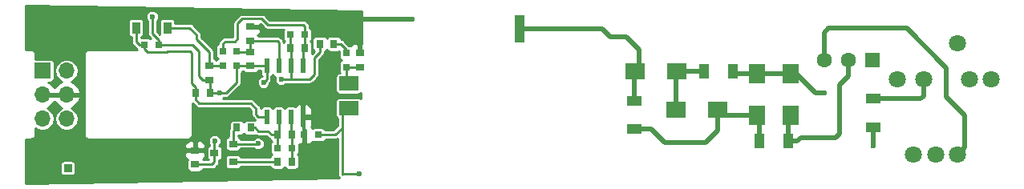
<source format=gtl>
G04 #@! TF.GenerationSoftware,KiCad,Pcbnew,5.0.0*
G04 #@! TF.CreationDate,2018-08-13T09:31:51+09:00*
G04 #@! TF.ProjectId,moids_infinity,6D6F6964735F696E66696E6974792E6B,rev?*
G04 #@! TF.SameCoordinates,Original*
G04 #@! TF.FileFunction,Copper,L1,Top,Signal*
G04 #@! TF.FilePolarity,Positive*
%FSLAX46Y46*%
G04 Gerber Fmt 4.6, Leading zero omitted, Abs format (unit mm)*
G04 Created by KiCad (PCBNEW 5.0.0) date Mon Aug 13 09:31:51 2018*
%MOMM*%
%LPD*%
G01*
G04 APERTURE LIST*
G04 #@! TA.AperFunction,SMDPad,CuDef*
%ADD10R,0.750000X0.800000*%
G04 #@! TD*
G04 #@! TA.AperFunction,SMDPad,CuDef*
%ADD11R,0.800000X0.750000*%
G04 #@! TD*
G04 #@! TA.AperFunction,SMDPad,CuDef*
%ADD12R,0.900000X1.200000*%
G04 #@! TD*
G04 #@! TA.AperFunction,SMDPad,CuDef*
%ADD13R,1.800860X2.100580*%
G04 #@! TD*
G04 #@! TA.AperFunction,SMDPad,CuDef*
%ADD14R,2.100580X1.800860*%
G04 #@! TD*
G04 #@! TA.AperFunction,SMDPad,CuDef*
%ADD15R,2.000000X1.500000*%
G04 #@! TD*
G04 #@! TA.AperFunction,SMDPad,CuDef*
%ADD16R,0.900000X0.800000*%
G04 #@! TD*
G04 #@! TA.AperFunction,ComponentPad*
%ADD17C,1.800000*%
G04 #@! TD*
G04 #@! TA.AperFunction,SMDPad,CuDef*
%ADD18R,0.600000X1.550000*%
G04 #@! TD*
G04 #@! TA.AperFunction,ComponentPad*
%ADD19R,0.850000X0.850000*%
G04 #@! TD*
G04 #@! TA.AperFunction,SMDPad,CuDef*
%ADD20R,1.000000X3.000000*%
G04 #@! TD*
G04 #@! TA.AperFunction,SMDPad,CuDef*
%ADD21R,1.600000X1.000000*%
G04 #@! TD*
G04 #@! TA.AperFunction,SMDPad,CuDef*
%ADD22R,1.000000X1.600000*%
G04 #@! TD*
G04 #@! TA.AperFunction,ComponentPad*
%ADD23R,1.700000X1.700000*%
G04 #@! TD*
G04 #@! TA.AperFunction,ComponentPad*
%ADD24O,1.700000X1.700000*%
G04 #@! TD*
G04 #@! TA.AperFunction,ComponentPad*
%ADD25C,1.600000*%
G04 #@! TD*
G04 #@! TA.AperFunction,ComponentPad*
%ADD26R,1.520000X1.520000*%
G04 #@! TD*
G04 #@! TA.AperFunction,SMDPad,CuDef*
%ADD27R,0.800000X0.900000*%
G04 #@! TD*
G04 #@! TA.AperFunction,ViaPad*
%ADD28C,0.600000*%
G04 #@! TD*
G04 #@! TA.AperFunction,Conductor*
%ADD29C,0.500000*%
G04 #@! TD*
G04 #@! TA.AperFunction,Conductor*
%ADD30C,0.250000*%
G04 #@! TD*
G04 APERTURE END LIST*
D10*
G04 #@! TO.P,C3,2*
G04 #@! TO.N,Net-(C3-Pad2)*
X126050000Y-98870000D03*
G04 #@! TO.P,C3,1*
G04 #@! TO.N,Net-(C3-Pad1)*
X126050000Y-97370000D03*
G04 #@! TD*
G04 #@! TO.P,C4,2*
G04 #@! TO.N,jacob_terminal_2*
X114420000Y-98710000D03*
G04 #@! TO.P,C4,1*
G04 #@! TO.N,Net-(C4-Pad1)*
X114420000Y-97210000D03*
G04 #@! TD*
D11*
G04 #@! TO.P,C5,2*
G04 #@! TO.N,mute*
X120140000Y-95450000D03*
G04 #@! TO.P,C5,1*
G04 #@! TO.N,Net-(C5-Pad1)*
X121640000Y-95450000D03*
G04 #@! TD*
D10*
G04 #@! TO.P,C6,2*
G04 #@! TO.N,Net-(C5-Pad1)*
X113010000Y-97190000D03*
G04 #@! TO.P,C6,1*
G04 #@! TO.N,Net-(C6-Pad1)*
X113010000Y-98690000D03*
G04 #@! TD*
D11*
G04 #@! TO.P,C7,2*
G04 #@! TO.N,jacob_terminal_2*
X123070000Y-106020000D03*
G04 #@! TO.P,C7,1*
G04 #@! TO.N,+5V*
X121570000Y-106020000D03*
G04 #@! TD*
G04 #@! TO.P,C9,2*
G04 #@! TO.N,Net-(C9-Pad2)*
X118790000Y-107410000D03*
G04 #@! TO.P,C9,1*
G04 #@! TO.N,Net-(C9-Pad1)*
X120290000Y-107410000D03*
G04 #@! TD*
D12*
G04 #@! TO.P,D1,1*
G04 #@! TO.N,Net-(C8-Pad1)*
X103840000Y-94700000D03*
G04 #@! TO.P,D1,2*
G04 #@! TO.N,Net-(C6-Pad1)*
X107140000Y-94700000D03*
G04 #@! TD*
D13*
G04 #@! TO.P,D3,2*
G04 #@! TO.N,spark_gate*
X172990000Y-103929640D03*
G04 #@! TO.P,D3,1*
G04 #@! TO.N,Net-(C14-Pad1)*
X172990000Y-99530360D03*
G04 #@! TD*
G04 #@! TO.P,D4,2*
G04 #@! TO.N,Net-(C14-Pad1)*
X169430000Y-99590360D03*
G04 #@! TO.P,D4,1*
G04 #@! TO.N,Net-(C15-Pad1)*
X169430000Y-103989640D03*
G04 #@! TD*
D14*
G04 #@! TO.P,D5,2*
G04 #@! TO.N,Net-(C15-Pad1)*
X165279640Y-103370000D03*
G04 #@! TO.P,D5,1*
G04 #@! TO.N,Net-(C16-Pad1)*
X160880360Y-103370000D03*
G04 #@! TD*
G04 #@! TO.P,D6,2*
G04 #@! TO.N,Net-(C16-Pad1)*
X160917640Y-99332000D03*
G04 #@! TO.P,D6,1*
G04 #@! TO.N,jacob_terminal_1*
X156518360Y-99332000D03*
G04 #@! TD*
D15*
G04 #@! TO.P,ECM1,2*
G04 #@! TO.N,jacob_terminal_2*
X126290000Y-103220000D03*
G04 #@! TO.P,ECM1,1*
G04 #@! TO.N,Net-(C3-Pad2)*
X126290000Y-100620000D03*
G04 #@! TD*
D16*
G04 #@! TO.P,Q5,1*
G04 #@! TO.N,Net-(Q5-Pad1)*
X114110000Y-108880000D03*
G04 #@! TO.P,Q5,2*
G04 #@! TO.N,jacob_terminal_2*
X114110000Y-106980000D03*
G04 #@! TO.P,Q5,3*
G04 #@! TO.N,Net-(Q5-Pad3)*
X112110000Y-107930000D03*
G04 #@! TD*
D17*
G04 #@! TO.P,T1,8*
G04 #@! TO.N,N/C*
X190550000Y-96340000D03*
G04 #@! TO.P,T1,7*
G04 #@! TO.N,Net-(Q6-Pad3)*
X190550000Y-108140000D03*
G04 #@! TO.P,T1,6*
G04 #@! TO.N,Net-(R18-Pad1)*
X188250000Y-108140000D03*
G04 #@! TO.P,T1,5*
G04 #@! TO.N,Net-(Q6-Pad1)*
X185950000Y-108140000D03*
G04 #@! TO.P,T1,4*
G04 #@! TO.N,N/C*
X184200000Y-100140000D03*
G04 #@! TO.P,T1,3*
G04 #@! TO.N,transformer_out*
X187000000Y-100140000D03*
G04 #@! TO.P,T1,2*
G04 #@! TO.N,+5V*
X191800000Y-100140000D03*
G04 #@! TO.P,T1,1*
G04 #@! TO.N,N/C*
X194100000Y-100140000D03*
G04 #@! TD*
D18*
G04 #@! TO.P,U1,1*
G04 #@! TO.N,Net-(C5-Pad1)*
X121445000Y-98740000D03*
G04 #@! TO.P,U1,2*
G04 #@! TO.N,mute*
X120175000Y-98740000D03*
G04 #@! TO.P,U1,3*
G04 #@! TO.N,Net-(C4-Pad1)*
X118905000Y-98740000D03*
G04 #@! TO.P,U1,4*
G04 #@! TO.N,jacob_terminal_2*
X117635000Y-98740000D03*
G04 #@! TO.P,U1,5*
G04 #@! TO.N,Net-(C8-Pad1)*
X117635000Y-104140000D03*
G04 #@! TO.P,U1,6*
G04 #@! TO.N,Net-(C9-Pad2)*
X118905000Y-104140000D03*
G04 #@! TO.P,U1,7*
G04 #@! TO.N,Net-(C9-Pad1)*
X120175000Y-104140000D03*
G04 #@! TO.P,U1,8*
G04 #@! TO.N,+5V*
X121445000Y-104140000D03*
G04 #@! TD*
D11*
G04 #@! TO.P,C8,2*
G04 #@! TO.N,jacob_terminal_2*
X106240000Y-96530000D03*
G04 #@! TO.P,C8,1*
G04 #@! TO.N,Net-(C8-Pad1)*
X104740000Y-96530000D03*
G04 #@! TD*
D19*
G04 #@! TO.P,TP1,1*
G04 #@! TO.N,jacob_terminal_2*
X96640000Y-109550000D03*
G04 #@! TD*
D20*
G04 #@! TO.P,JT1,1*
G04 #@! TO.N,jacob_terminal_1*
X144370000Y-94850000D03*
G04 #@! TD*
D21*
G04 #@! TO.P,C14,1*
G04 #@! TO.N,Net-(C14-Pad1)*
X181690000Y-105210000D03*
G04 #@! TO.P,C14,2*
G04 #@! TO.N,transformer_out*
X181690000Y-102210000D03*
G04 #@! TD*
D22*
G04 #@! TO.P,C15,1*
G04 #@! TO.N,Net-(C15-Pad1)*
X169670000Y-106680000D03*
G04 #@! TO.P,C15,2*
G04 #@! TO.N,spark_gate*
X172670000Y-106680000D03*
G04 #@! TD*
G04 #@! TO.P,C16,1*
G04 #@! TO.N,Net-(C16-Pad1)*
X163840000Y-99330000D03*
G04 #@! TO.P,C16,2*
G04 #@! TO.N,Net-(C14-Pad1)*
X166840000Y-99330000D03*
G04 #@! TD*
D21*
G04 #@! TO.P,C17,1*
G04 #@! TO.N,jacob_terminal_1*
X156432000Y-102404000D03*
G04 #@! TO.P,C17,2*
G04 #@! TO.N,Net-(C15-Pad1)*
X156432000Y-105404000D03*
G04 #@! TD*
D23*
G04 #@! TO.P,J1,1*
G04 #@! TO.N,jacob_terminal_2*
X93960000Y-99250000D03*
D24*
G04 #@! TO.P,J1,2*
X96500000Y-99250000D03*
G04 #@! TO.P,J1,3*
G04 #@! TO.N,+5V*
X93960000Y-101790000D03*
G04 #@! TO.P,J1,4*
X96500000Y-101790000D03*
G04 #@! TO.P,J1,5*
G04 #@! TO.N,jacob_terminal_2*
X93960000Y-104330000D03*
G04 #@! TO.P,J1,6*
X96500000Y-104330000D03*
G04 #@! TD*
D25*
G04 #@! TO.P,Q6,2*
G04 #@! TO.N,spark_gate*
X179040000Y-98150000D03*
G04 #@! TO.P,Q6,3*
G04 #@! TO.N,Net-(Q6-Pad3)*
X176500000Y-98150000D03*
D26*
G04 #@! TO.P,Q6,1*
G04 #@! TO.N,Net-(Q6-Pad1)*
X181580000Y-98150000D03*
G04 #@! TD*
D16*
G04 #@! TO.P,R2,1*
G04 #@! TO.N,Net-(C3-Pad2)*
X127450000Y-98870000D03*
G04 #@! TO.P,R2,2*
G04 #@! TO.N,+5V*
X127450000Y-97370000D03*
G04 #@! TD*
G04 #@! TO.P,R4,1*
G04 #@! TO.N,Net-(C4-Pad1)*
X115900000Y-96090000D03*
G04 #@! TO.P,R4,2*
G04 #@! TO.N,+5V*
X115900000Y-94590000D03*
G04 #@! TD*
G04 #@! TO.P,R5,1*
G04 #@! TO.N,jacob_terminal_2*
X115910000Y-98740000D03*
G04 #@! TO.P,R5,2*
G04 #@! TO.N,Net-(C4-Pad1)*
X115910000Y-97240000D03*
G04 #@! TD*
D27*
G04 #@! TO.P,R7,1*
G04 #@! TO.N,mute*
X123230000Y-96410000D03*
G04 #@! TO.P,R7,2*
G04 #@! TO.N,Net-(C3-Pad1)*
X124730000Y-96410000D03*
G04 #@! TD*
G04 #@! TO.P,R10,1*
G04 #@! TO.N,Net-(C5-Pad1)*
X121650000Y-96870000D03*
G04 #@! TO.P,R10,2*
G04 #@! TO.N,mute*
X120150000Y-96870000D03*
G04 #@! TD*
D16*
G04 #@! TO.P,R11,1*
G04 #@! TO.N,jacob_terminal_2*
X111560000Y-100220000D03*
G04 #@! TO.P,R11,2*
G04 #@! TO.N,Net-(C6-Pad1)*
X111560000Y-98720000D03*
G04 #@! TD*
D27*
G04 #@! TO.P,R12,1*
G04 #@! TO.N,jacob_terminal_2*
X111620000Y-101620000D03*
G04 #@! TO.P,R12,2*
G04 #@! TO.N,Net-(C8-Pad1)*
X110120000Y-101620000D03*
G04 #@! TD*
G04 #@! TO.P,R13,1*
G04 #@! TO.N,jacob_terminal_2*
X114490000Y-105280000D03*
G04 #@! TO.P,R13,2*
G04 #@! TO.N,Net-(C9-Pad2)*
X115990000Y-105280000D03*
G04 #@! TD*
G04 #@! TO.P,R15,1*
G04 #@! TO.N,Net-(C9-Pad1)*
X120280000Y-105990000D03*
G04 #@! TO.P,R15,2*
G04 #@! TO.N,Net-(C9-Pad2)*
X118780000Y-105990000D03*
G04 #@! TD*
G04 #@! TO.P,R16,1*
G04 #@! TO.N,Net-(Q5-Pad1)*
X118790000Y-108870000D03*
G04 #@! TO.P,R16,2*
G04 #@! TO.N,Net-(C9-Pad1)*
X120290000Y-108870000D03*
G04 #@! TD*
D16*
G04 #@! TO.P,R17,1*
G04 #@! TO.N,Net-(Q5-Pad3)*
X110062000Y-109166000D03*
G04 #@! TO.P,R17,2*
G04 #@! TO.N,+5V*
X110062000Y-107666000D03*
G04 #@! TD*
D28*
G04 #@! TO.N,+5V*
X132990000Y-93790000D03*
X122770000Y-101220000D03*
X117240000Y-95170000D03*
X111390000Y-94330000D03*
X111790000Y-103420000D03*
X115440000Y-100130000D03*
G04 #@! TO.N,mute*
X119170000Y-100170000D03*
G04 #@! TO.N,Net-(C14-Pad1)*
X176500000Y-101590000D03*
X181700000Y-107220000D03*
G04 #@! TO.N,Net-(Q5-Pad3)*
X112140000Y-106680000D03*
G04 #@! TO.N,jacob_terminal_2*
X105550000Y-93520000D03*
X117290000Y-100490000D03*
X116730000Y-106960000D03*
X112660000Y-101610000D03*
X127390000Y-110190000D03*
G04 #@! TD*
D29*
G04 #@! TO.N,+5V*
X127450000Y-93610000D02*
X127630000Y-93790000D01*
X127630000Y-93790000D02*
X132990000Y-93790000D01*
X127450000Y-97370000D02*
X127450000Y-93610000D01*
D30*
X121445000Y-104140000D02*
X122140000Y-104140000D01*
X122770000Y-103510000D02*
X122770000Y-101220000D01*
X122140000Y-104140000D02*
X122770000Y-103510000D01*
X115900000Y-94590000D02*
X116660000Y-94590000D01*
X116660000Y-94590000D02*
X117240000Y-95170000D01*
X121445000Y-104140000D02*
X121445000Y-105895000D01*
X121445000Y-105895000D02*
X121570000Y-106020000D01*
X121500000Y-106090000D02*
X121570000Y-106020000D01*
G04 #@! TO.N,Net-(C3-Pad2)*
X126050000Y-98870000D02*
X126064000Y-100114000D01*
X126064000Y-100114000D02*
X126850000Y-100620000D01*
X127450000Y-98870000D02*
X126050000Y-98870000D01*
G04 #@! TO.N,Net-(C3-Pad1)*
X126050000Y-97370000D02*
X126064000Y-97034000D01*
X125440000Y-96410000D02*
X124730000Y-96410000D01*
X126064000Y-97034000D02*
X125440000Y-96410000D01*
X124740000Y-96420000D02*
X124730000Y-96410000D01*
G04 #@! TO.N,mute*
X119190000Y-100150000D02*
X120170000Y-100150000D01*
X119170000Y-100170000D02*
X119190000Y-100150000D01*
X120150000Y-96870000D02*
X120150000Y-95460000D01*
X120150000Y-95460000D02*
X120140000Y-95450000D01*
X123230000Y-96410000D02*
X123230000Y-97320000D01*
X120175000Y-100065000D02*
X120175000Y-98740000D01*
X120250000Y-100140000D02*
X120175000Y-100065000D01*
X122170000Y-100140000D02*
X120250000Y-100140000D01*
X122640000Y-99670000D02*
X122170000Y-100140000D01*
X122640000Y-97910000D02*
X122640000Y-99670000D01*
X123230000Y-97320000D02*
X122640000Y-97910000D01*
X120175000Y-98740000D02*
X120175000Y-96895000D01*
X120175000Y-96895000D02*
X120150000Y-96870000D01*
X120220000Y-95250000D02*
X120210000Y-95260000D01*
G04 #@! TO.N,Net-(C5-Pad1)*
X121640000Y-95450000D02*
X121640000Y-94540000D01*
X113010000Y-96380000D02*
X113010000Y-97190000D01*
X113230000Y-96160000D02*
X113010000Y-96380000D01*
X114260000Y-96160000D02*
X113230000Y-96160000D01*
X114550000Y-95870000D02*
X114260000Y-96160000D01*
X114550000Y-94260000D02*
X114550000Y-95870000D01*
X115050000Y-93760000D02*
X114550000Y-94260000D01*
X117110000Y-93760000D02*
X115050000Y-93760000D01*
X117720000Y-94370000D02*
X117110000Y-93760000D01*
X121470000Y-94370000D02*
X117720000Y-94370000D01*
X121640000Y-94540000D02*
X121470000Y-94370000D01*
X121650000Y-96870000D02*
X121650000Y-95460000D01*
X121650000Y-95460000D02*
X121640000Y-95450000D01*
X113020000Y-97180000D02*
X113010000Y-97190000D01*
X121445000Y-98740000D02*
X121445000Y-97075000D01*
X121445000Y-97075000D02*
X121650000Y-96870000D01*
X113116000Y-97084000D02*
X113010000Y-97190000D01*
X121720000Y-95250000D02*
X121710000Y-95260000D01*
G04 #@! TO.N,Net-(C6-Pad1)*
X111560000Y-98720000D02*
X111560000Y-97260000D01*
X109480000Y-94700000D02*
X107140000Y-94700000D01*
X110230000Y-95450000D02*
X109480000Y-94700000D01*
X110230000Y-95930000D02*
X110230000Y-95450000D01*
X111560000Y-97260000D02*
X110230000Y-95930000D01*
X113010000Y-98690000D02*
X111590000Y-98690000D01*
X111590000Y-98690000D02*
X111560000Y-98720000D01*
X107160000Y-94720000D02*
X107140000Y-94700000D01*
X107002000Y-94562000D02*
X107140000Y-94700000D01*
G04 #@! TO.N,Net-(C9-Pad2)*
X118780000Y-105990000D02*
X118140000Y-105990000D01*
X116420000Y-105280000D02*
X115990000Y-105280000D01*
X116780000Y-105640000D02*
X116420000Y-105280000D01*
X117790000Y-105640000D02*
X116780000Y-105640000D01*
X118140000Y-105990000D02*
X117790000Y-105640000D01*
X118780000Y-105990000D02*
X118780000Y-107400000D01*
X118780000Y-107400000D02*
X118790000Y-107410000D01*
X118905000Y-104140000D02*
X118905000Y-105865000D01*
X118905000Y-105865000D02*
X118780000Y-105990000D01*
X118817000Y-105953000D02*
X118780000Y-105990000D01*
G04 #@! TO.N,Net-(C9-Pad1)*
X120290000Y-107410000D02*
X120290000Y-108870000D01*
X120280000Y-105990000D02*
X120280000Y-107400000D01*
X120280000Y-107400000D02*
X120290000Y-107410000D01*
X120175000Y-104140000D02*
X120175000Y-105885000D01*
X120175000Y-105885000D02*
X120280000Y-105990000D01*
D29*
G04 #@! TO.N,transformer_out*
X187000000Y-100140000D02*
X187000000Y-101900000D01*
X187000000Y-101900000D02*
X186690000Y-102210000D01*
X186690000Y-102210000D02*
X181690000Y-102210000D01*
G04 #@! TO.N,Net-(C14-Pad1)*
X167100360Y-99590360D02*
X166840000Y-99330000D01*
X169430000Y-99590360D02*
X167100360Y-99590360D01*
X175569640Y-101590000D02*
X173670000Y-99690360D01*
X176500000Y-101590000D02*
X175569640Y-101590000D01*
X169450000Y-99570360D02*
X169430000Y-99590360D01*
X173240000Y-99570360D02*
X169450000Y-99570360D01*
X181700000Y-105220000D02*
X181690000Y-105210000D01*
X181700000Y-107220000D02*
X181700000Y-105220000D01*
G04 #@! TO.N,Net-(C15-Pad1)*
X158254000Y-105404000D02*
X156432000Y-105404000D01*
X159680000Y-106830000D02*
X158254000Y-105404000D01*
X164010000Y-106830000D02*
X159680000Y-106830000D01*
X165279640Y-103370000D02*
X165279640Y-105560360D01*
X165279640Y-105560360D02*
X164010000Y-106830000D01*
X165899280Y-103989640D02*
X165279640Y-103370000D01*
X169430000Y-103989640D02*
X165899280Y-103989640D01*
X169670000Y-104229640D02*
X169430000Y-103989640D01*
X169670000Y-106680000D02*
X169670000Y-104229640D01*
D30*
G04 #@! TO.N,Net-(Q5-Pad1)*
X118790000Y-108870000D02*
X114110000Y-108880000D01*
G04 #@! TO.N,Net-(Q5-Pad3)*
X112110000Y-107930000D02*
X112110000Y-106710000D01*
X112110000Y-106710000D02*
X112140000Y-106680000D01*
X112110000Y-107930000D02*
X112110000Y-108908000D01*
X111852000Y-109166000D02*
X110062000Y-109166000D01*
X112110000Y-108908000D02*
X111852000Y-109166000D01*
D29*
G04 #@! TO.N,Net-(Q6-Pad3)*
X191349999Y-103967999D02*
X191349999Y-107340001D01*
X176500000Y-95210000D02*
X176930000Y-94780000D01*
X189374000Y-98944000D02*
X189374000Y-101992000D01*
X191349999Y-107340001D02*
X190550000Y-108140000D01*
X176500000Y-98150000D02*
X176500000Y-95210000D01*
X176930000Y-94780000D02*
X185210000Y-94780000D01*
X185210000Y-94780000D02*
X189374000Y-98944000D01*
X189374000Y-101992000D02*
X191349999Y-103967999D01*
D30*
G04 #@! TO.N,Net-(C4-Pad1)*
X115900000Y-96090000D02*
X118770000Y-96090000D01*
X118905000Y-96225000D02*
X118905000Y-98740000D01*
X118770000Y-96090000D02*
X118905000Y-96225000D01*
X115900000Y-96090000D02*
X115900000Y-97230000D01*
X115900000Y-97230000D02*
X115910000Y-97240000D01*
X115910000Y-97240000D02*
X114450000Y-97240000D01*
X114450000Y-97240000D02*
X114420000Y-97210000D01*
G04 #@! TO.N,jacob_terminal_2*
X111560000Y-100220000D02*
X110870000Y-100220000D01*
X109770000Y-96510000D02*
X106260000Y-96510000D01*
X110470000Y-97210000D02*
X109770000Y-96510000D01*
X110470000Y-99820000D02*
X110470000Y-97210000D01*
X110870000Y-100220000D02*
X110470000Y-99820000D01*
X106260000Y-96510000D02*
X106240000Y-96530000D01*
X106240000Y-96530000D02*
X106240000Y-96010000D01*
X105550000Y-93620000D02*
X105550000Y-93520000D01*
X105550000Y-95320000D02*
X105550000Y-93620000D01*
X106240000Y-96010000D02*
X105550000Y-95320000D01*
X106290000Y-96480000D02*
X106240000Y-96530000D01*
X117635000Y-98740000D02*
X117635000Y-100145000D01*
X117635000Y-100145000D02*
X117290000Y-100490000D01*
X114110000Y-106980000D02*
X114110000Y-105660000D01*
X114110000Y-105660000D02*
X114490000Y-105280000D01*
X114110000Y-106980000D02*
X116710000Y-106980000D01*
X116710000Y-106980000D02*
X116730000Y-106960000D01*
X114420000Y-98710000D02*
X114420000Y-100520000D01*
X112650000Y-101620000D02*
X112660000Y-101610000D01*
X112650000Y-101620000D02*
X111620000Y-101620000D01*
X113330000Y-101610000D02*
X112660000Y-101610000D01*
X114420000Y-100520000D02*
X113330000Y-101610000D01*
X111620000Y-101620000D02*
X111620000Y-100280000D01*
X111620000Y-100280000D02*
X111560000Y-100220000D01*
X125620000Y-103180000D02*
X125590000Y-110120000D01*
X125590000Y-110120000D02*
X125670000Y-110200000D01*
X123070000Y-106020000D02*
X124860000Y-106020000D01*
X125590000Y-105290000D02*
X125620000Y-103180000D01*
X124860000Y-106020000D02*
X125590000Y-105290000D01*
X115910000Y-98740000D02*
X117635000Y-98740000D01*
X115910000Y-98740000D02*
X114450000Y-98740000D01*
X114450000Y-98740000D02*
X114420000Y-98710000D01*
X125660000Y-110190000D02*
X127390000Y-110190000D01*
X125590000Y-110120000D02*
X125660000Y-110190000D01*
G04 #@! TO.N,Net-(C8-Pad1)*
X109740000Y-97950000D02*
X109740000Y-97350000D01*
X104740000Y-96960000D02*
X104740000Y-96530000D01*
X105050000Y-97270000D02*
X104740000Y-96960000D01*
X107080000Y-97270000D02*
X105050000Y-97270000D01*
X107160000Y-97190000D02*
X107080000Y-97270000D01*
X109580000Y-97190000D02*
X107160000Y-97190000D01*
X109740000Y-97350000D02*
X109580000Y-97190000D01*
X104740000Y-96530000D02*
X104180000Y-96530000D01*
X104180000Y-96530000D02*
X103840000Y-96190000D01*
X103840000Y-96190000D02*
X103840000Y-94700000D01*
X110120000Y-101620000D02*
X110120000Y-100980000D01*
X109740000Y-100600000D02*
X109740000Y-97950000D01*
X109740000Y-97950000D02*
X109740000Y-97920000D01*
X110120000Y-100980000D02*
X109740000Y-100600000D01*
X117635000Y-104140000D02*
X116780000Y-104140000D01*
X116780000Y-104140000D02*
X116510000Y-103870000D01*
X116510000Y-103870000D02*
X116510000Y-103270000D01*
X116510000Y-103270000D02*
X115940000Y-102700000D01*
X115940000Y-102700000D02*
X110510000Y-102700000D01*
X110510000Y-102700000D02*
X110120000Y-102310000D01*
X110120000Y-102310000D02*
X110120000Y-101620000D01*
D29*
G04 #@! TO.N,spark_gate*
X172670000Y-104539640D02*
X173240000Y-103969640D01*
X172670000Y-106680000D02*
X172670000Y-104539640D01*
X173670000Y-106680000D02*
X172670000Y-106680000D01*
X179040000Y-99860000D02*
X178110000Y-100790000D01*
X177730000Y-106300000D02*
X174050000Y-106300000D01*
X179040000Y-98150000D02*
X179040000Y-99860000D01*
X178110000Y-100790000D02*
X178110000Y-105920000D01*
X178110000Y-105920000D02*
X177730000Y-106300000D01*
X174050000Y-106300000D02*
X173670000Y-106680000D01*
G04 #@! TO.N,jacob_terminal_1*
X144480000Y-94740000D02*
X144370000Y-94850000D01*
X153100000Y-94850000D02*
X144370000Y-94850000D01*
X153892000Y-95642000D02*
X153100000Y-94850000D01*
X156948360Y-99452000D02*
X156948360Y-96998360D01*
X155592000Y-95642000D02*
X153892000Y-95642000D01*
X156948360Y-96998360D02*
X155592000Y-95642000D01*
X156432000Y-99418360D02*
X156518360Y-99332000D01*
X156432000Y-102404000D02*
X156432000Y-99418360D01*
G04 #@! TO.N,Net-(C16-Pad1)*
X160880360Y-99369280D02*
X160917640Y-99332000D01*
X160880360Y-103370000D02*
X160880360Y-99369280D01*
X160919640Y-99330000D02*
X160917640Y-99332000D01*
X163840000Y-99330000D02*
X160919640Y-99330000D01*
G04 #@! TD*
D30*
G04 #@! TO.N,+5V*
G36*
X127625000Y-92981124D02*
X127625000Y-96449250D01*
X127579000Y-96495250D01*
X127579000Y-96709898D01*
X127571023Y-96750000D01*
X127579000Y-96790102D01*
X127579000Y-97241000D01*
X127580329Y-97241000D01*
X127580329Y-97499000D01*
X127579000Y-97499000D01*
X127579000Y-97519000D01*
X127321000Y-97519000D01*
X127321000Y-97499000D01*
X127301000Y-97499000D01*
X127301000Y-97241000D01*
X127321000Y-97241000D01*
X127321000Y-96495250D01*
X127162750Y-96337000D01*
X126874088Y-96337000D01*
X126641434Y-96433369D01*
X126476838Y-96597965D01*
X126425000Y-96587654D01*
X126324761Y-96587654D01*
X125828376Y-96091270D01*
X125800480Y-96049520D01*
X125635090Y-95939011D01*
X125502943Y-95912725D01*
X125483242Y-95813683D01*
X125400359Y-95689641D01*
X125276317Y-95606758D01*
X125130000Y-95577654D01*
X124330000Y-95577654D01*
X124183683Y-95606758D01*
X124059641Y-95689641D01*
X123980000Y-95808831D01*
X123900359Y-95689641D01*
X123776317Y-95606758D01*
X123630000Y-95577654D01*
X122830000Y-95577654D01*
X122683683Y-95606758D01*
X122559641Y-95689641D01*
X122476758Y-95813683D01*
X122447654Y-95960000D01*
X122447654Y-96860000D01*
X122476758Y-97006317D01*
X122559641Y-97130359D01*
X122651294Y-97191600D01*
X122409863Y-97433031D01*
X122432346Y-97320000D01*
X122432346Y-96420000D01*
X122403242Y-96273683D01*
X122320359Y-96149641D01*
X122274740Y-96119159D01*
X122310359Y-96095359D01*
X122393242Y-95971317D01*
X122422346Y-95825000D01*
X122422346Y-95075000D01*
X122393242Y-94928683D01*
X122310359Y-94804641D01*
X122186317Y-94721758D01*
X122140000Y-94712545D01*
X122140000Y-94589240D01*
X122149795Y-94539999D01*
X122130038Y-94440677D01*
X122110989Y-94344910D01*
X122000480Y-94179520D01*
X121958729Y-94151623D01*
X121858377Y-94051271D01*
X121830480Y-94009520D01*
X121665090Y-93899011D01*
X121519243Y-93870000D01*
X121519241Y-93870000D01*
X121470000Y-93860205D01*
X121420759Y-93870000D01*
X117927107Y-93870000D01*
X117498376Y-93441270D01*
X117470480Y-93399520D01*
X117305090Y-93289011D01*
X117159243Y-93260000D01*
X117159241Y-93260000D01*
X117110000Y-93250205D01*
X117060759Y-93260000D01*
X115099243Y-93260000D01*
X115050000Y-93250205D01*
X115000757Y-93260000D01*
X114854910Y-93289011D01*
X114689520Y-93399520D01*
X114661625Y-93441268D01*
X114231270Y-93871624D01*
X114189520Y-93899520D01*
X114079011Y-94064911D01*
X114050163Y-94209937D01*
X114040205Y-94260000D01*
X114050000Y-94309242D01*
X114050001Y-95660000D01*
X113279241Y-95660000D01*
X113230000Y-95650205D01*
X113180758Y-95660000D01*
X113180757Y-95660000D01*
X113034910Y-95689011D01*
X112869520Y-95799520D01*
X112841623Y-95841271D01*
X112691271Y-95991623D01*
X112649520Y-96019520D01*
X112539011Y-96184911D01*
X112513152Y-96314911D01*
X112500205Y-96380000D01*
X112510000Y-96429242D01*
X112510000Y-96432518D01*
X112488683Y-96436758D01*
X112364641Y-96519641D01*
X112281758Y-96643683D01*
X112252654Y-96790000D01*
X112252654Y-97590000D01*
X112281758Y-97736317D01*
X112364641Y-97860359D01*
X112483831Y-97940000D01*
X112364641Y-98019641D01*
X112312477Y-98097709D01*
X112280359Y-98049641D01*
X112156317Y-97966758D01*
X112060000Y-97947600D01*
X112060000Y-97309241D01*
X112069795Y-97259999D01*
X112052142Y-97171252D01*
X112030989Y-97064910D01*
X111920480Y-96899520D01*
X111878732Y-96871625D01*
X110730000Y-95722894D01*
X110730000Y-95499240D01*
X110739795Y-95449999D01*
X110728642Y-95393931D01*
X110700989Y-95254910D01*
X110590480Y-95089520D01*
X110548732Y-95061625D01*
X109868376Y-94381270D01*
X109840480Y-94339520D01*
X109675090Y-94229011D01*
X109529243Y-94200000D01*
X109529241Y-94200000D01*
X109480000Y-94190205D01*
X109430759Y-94200000D01*
X107972346Y-94200000D01*
X107972346Y-94100000D01*
X107943242Y-93953683D01*
X107860359Y-93829641D01*
X107736317Y-93746758D01*
X107590000Y-93717654D01*
X106690000Y-93717654D01*
X106543683Y-93746758D01*
X106419641Y-93829641D01*
X106336758Y-93953683D01*
X106307654Y-94100000D01*
X106307654Y-95300000D01*
X106325171Y-95388064D01*
X106050000Y-95112894D01*
X106050000Y-93974594D01*
X106122237Y-93902357D01*
X106225000Y-93654266D01*
X106225000Y-93385734D01*
X106122237Y-93137643D01*
X105932357Y-92947763D01*
X105684266Y-92845000D01*
X105415734Y-92845000D01*
X105167643Y-92947763D01*
X104977763Y-93137643D01*
X104875000Y-93385734D01*
X104875000Y-93654266D01*
X104977763Y-93902357D01*
X105050001Y-93974595D01*
X105050000Y-95270758D01*
X105040205Y-95320000D01*
X105050000Y-95369241D01*
X105050000Y-95369242D01*
X105079011Y-95515089D01*
X105189520Y-95680480D01*
X105231270Y-95708376D01*
X105401847Y-95878954D01*
X105286317Y-95801758D01*
X105140000Y-95772654D01*
X104340000Y-95772654D01*
X104340000Y-95672400D01*
X104436317Y-95653242D01*
X104560359Y-95570359D01*
X104643242Y-95446317D01*
X104672346Y-95300000D01*
X104672346Y-94100000D01*
X104643242Y-93953683D01*
X104560359Y-93829641D01*
X104436317Y-93746758D01*
X104290000Y-93717654D01*
X103390000Y-93717654D01*
X103243683Y-93746758D01*
X103119641Y-93829641D01*
X103036758Y-93953683D01*
X103007654Y-94100000D01*
X103007654Y-95300000D01*
X103036758Y-95446317D01*
X103119641Y-95570359D01*
X103243683Y-95653242D01*
X103340000Y-95672401D01*
X103340000Y-96140758D01*
X103330205Y-96190000D01*
X103340000Y-96239241D01*
X103340000Y-96239242D01*
X103369011Y-96385089D01*
X103479520Y-96550480D01*
X103521270Y-96578376D01*
X103791625Y-96848732D01*
X103819520Y-96890480D01*
X103975496Y-96994699D01*
X103981523Y-97025000D01*
X98867021Y-97025000D01*
X98820242Y-97015695D01*
X98773464Y-97025000D01*
X98773463Y-97025000D01*
X98634907Y-97052561D01*
X98477787Y-97157545D01*
X98372803Y-97314665D01*
X98335937Y-97500000D01*
X98345243Y-97546784D01*
X98345242Y-105953221D01*
X98335937Y-106000000D01*
X98372803Y-106185335D01*
X98477787Y-106342455D01*
X98634907Y-106447439D01*
X98760810Y-106472483D01*
X98820242Y-106484305D01*
X98867020Y-106475000D01*
X109273464Y-106475000D01*
X109320242Y-106484305D01*
X109379675Y-106472483D01*
X109505577Y-106447439D01*
X109662697Y-106342455D01*
X109767681Y-106185335D01*
X109792594Y-106060089D01*
X109795242Y-106046779D01*
X109795242Y-106046778D01*
X109804547Y-106000000D01*
X109795242Y-105953221D01*
X109795242Y-102694348D01*
X109801270Y-102698376D01*
X110121625Y-103018732D01*
X110149520Y-103060480D01*
X110314910Y-103170989D01*
X110460757Y-103200000D01*
X110460758Y-103200000D01*
X110509999Y-103209795D01*
X110559240Y-103200000D01*
X115732894Y-103200000D01*
X116010001Y-103477107D01*
X116010000Y-103820758D01*
X116000205Y-103870000D01*
X116010000Y-103919241D01*
X116010000Y-103919242D01*
X116039011Y-104065089D01*
X116149520Y-104230480D01*
X116191271Y-104258377D01*
X116380548Y-104447654D01*
X115590000Y-104447654D01*
X115443683Y-104476758D01*
X115319641Y-104559641D01*
X115240000Y-104678831D01*
X115160359Y-104559641D01*
X115036317Y-104476758D01*
X114890000Y-104447654D01*
X114090000Y-104447654D01*
X113943683Y-104476758D01*
X113819641Y-104559641D01*
X113736758Y-104683683D01*
X113707654Y-104830000D01*
X113707654Y-105362179D01*
X113688034Y-105391543D01*
X113639012Y-105464910D01*
X113600205Y-105660000D01*
X113610001Y-105709246D01*
X113610001Y-106207599D01*
X113513683Y-106226758D01*
X113389641Y-106309641D01*
X113306758Y-106433683D01*
X113277654Y-106580000D01*
X113277654Y-107380000D01*
X113306758Y-107526317D01*
X113389641Y-107650359D01*
X113513683Y-107733242D01*
X113660000Y-107762346D01*
X114560000Y-107762346D01*
X114706317Y-107733242D01*
X114830359Y-107650359D01*
X114913242Y-107526317D01*
X114922455Y-107480000D01*
X116295406Y-107480000D01*
X116347643Y-107532237D01*
X116595734Y-107635000D01*
X116864266Y-107635000D01*
X117112357Y-107532237D01*
X117302237Y-107342357D01*
X117405000Y-107094266D01*
X117405000Y-106825734D01*
X117302237Y-106577643D01*
X117112357Y-106387763D01*
X116864266Y-106285000D01*
X116595734Y-106285000D01*
X116347643Y-106387763D01*
X116255406Y-106480000D01*
X114922455Y-106480000D01*
X114913242Y-106433683D01*
X114830359Y-106309641D01*
X114706317Y-106226758D01*
X114610000Y-106207600D01*
X114610000Y-106112346D01*
X114890000Y-106112346D01*
X115036317Y-106083242D01*
X115160359Y-106000359D01*
X115240000Y-105881169D01*
X115319641Y-106000359D01*
X115443683Y-106083242D01*
X115590000Y-106112346D01*
X116390000Y-106112346D01*
X116536317Y-106083242D01*
X116539850Y-106080881D01*
X116548114Y-106086403D01*
X116584910Y-106110989D01*
X116780000Y-106149795D01*
X116829243Y-106140000D01*
X117582894Y-106140000D01*
X117751625Y-106308732D01*
X117779520Y-106350480D01*
X117944910Y-106460989D01*
X118004174Y-106472777D01*
X118026758Y-106586317D01*
X118109641Y-106710359D01*
X118155260Y-106740841D01*
X118119641Y-106764641D01*
X118036758Y-106888683D01*
X118007654Y-107035000D01*
X118007654Y-107785000D01*
X118036758Y-107931317D01*
X118119641Y-108055359D01*
X118190192Y-108102500D01*
X118119641Y-108149641D01*
X118036758Y-108273683D01*
X118017271Y-108371650D01*
X114922110Y-108378264D01*
X114913242Y-108333683D01*
X114830359Y-108209641D01*
X114706317Y-108126758D01*
X114560000Y-108097654D01*
X113660000Y-108097654D01*
X113513683Y-108126758D01*
X113389641Y-108209641D01*
X113306758Y-108333683D01*
X113277654Y-108480000D01*
X113277654Y-109280000D01*
X113306758Y-109426317D01*
X113389641Y-109550359D01*
X113513683Y-109633242D01*
X113660000Y-109662346D01*
X114560000Y-109662346D01*
X114706317Y-109633242D01*
X114830359Y-109550359D01*
X114913242Y-109426317D01*
X114922800Y-109378264D01*
X118017928Y-109371650D01*
X118036758Y-109466317D01*
X118119641Y-109590359D01*
X118243683Y-109673242D01*
X118390000Y-109702346D01*
X119190000Y-109702346D01*
X119336317Y-109673242D01*
X119460359Y-109590359D01*
X119540000Y-109471169D01*
X119619641Y-109590359D01*
X119743683Y-109673242D01*
X119890000Y-109702346D01*
X120690000Y-109702346D01*
X120836317Y-109673242D01*
X120960359Y-109590359D01*
X121043242Y-109466317D01*
X121072346Y-109320000D01*
X121072346Y-108420000D01*
X121043242Y-108273683D01*
X120960359Y-108149641D01*
X120889808Y-108102500D01*
X120960359Y-108055359D01*
X121043242Y-107931317D01*
X121072346Y-107785000D01*
X121072346Y-107035000D01*
X121070954Y-107028000D01*
X121282750Y-107028000D01*
X121441000Y-106869750D01*
X121441000Y-106149000D01*
X121421000Y-106149000D01*
X121421000Y-105891000D01*
X121441000Y-105891000D01*
X121441000Y-105170250D01*
X121316000Y-105045250D01*
X121316000Y-104269000D01*
X121296000Y-104269000D01*
X121296000Y-104011000D01*
X121316000Y-104011000D01*
X121316000Y-102890250D01*
X121574000Y-102890250D01*
X121574000Y-104011000D01*
X122219750Y-104011000D01*
X122378000Y-103852750D01*
X122378000Y-103239089D01*
X122281632Y-103006435D01*
X122103566Y-102828369D01*
X121870912Y-102732000D01*
X121732250Y-102732000D01*
X121574000Y-102890250D01*
X121316000Y-102890250D01*
X121157750Y-102732000D01*
X121019088Y-102732000D01*
X120786434Y-102828369D01*
X120608368Y-103006435D01*
X120607317Y-103008973D01*
X120475000Y-102982654D01*
X119875000Y-102982654D01*
X119728683Y-103011758D01*
X119604641Y-103094641D01*
X119540000Y-103191382D01*
X119475359Y-103094641D01*
X119351317Y-103011758D01*
X119205000Y-102982654D01*
X118605000Y-102982654D01*
X118458683Y-103011758D01*
X118334641Y-103094641D01*
X118270000Y-103191382D01*
X118205359Y-103094641D01*
X118081317Y-103011758D01*
X117935000Y-102982654D01*
X117335000Y-102982654D01*
X117188683Y-103011758D01*
X117064641Y-103094641D01*
X117003203Y-103186588D01*
X116980989Y-103074910D01*
X116870480Y-102909520D01*
X116828732Y-102881625D01*
X116328376Y-102381270D01*
X116300480Y-102339520D01*
X116135090Y-102229011D01*
X115989243Y-102200000D01*
X115989241Y-102200000D01*
X115940000Y-102190205D01*
X115890759Y-102200000D01*
X112999473Y-102200000D01*
X113042357Y-102182237D01*
X113114594Y-102110000D01*
X113280759Y-102110000D01*
X113330000Y-102119795D01*
X113379241Y-102110000D01*
X113379243Y-102110000D01*
X113525090Y-102080989D01*
X113690480Y-101970480D01*
X113718376Y-101928730D01*
X114738732Y-100908375D01*
X114780480Y-100880480D01*
X114890989Y-100715090D01*
X114920000Y-100569243D01*
X114929795Y-100520000D01*
X114920000Y-100470757D01*
X114920000Y-99467482D01*
X114941317Y-99463242D01*
X115065359Y-99380359D01*
X115117477Y-99302359D01*
X115189641Y-99410359D01*
X115313683Y-99493242D01*
X115460000Y-99522346D01*
X116360000Y-99522346D01*
X116506317Y-99493242D01*
X116630359Y-99410359D01*
X116713242Y-99286317D01*
X116722455Y-99240000D01*
X116952654Y-99240000D01*
X116952654Y-99515000D01*
X116981758Y-99661317D01*
X117064641Y-99785359D01*
X117126885Y-99826950D01*
X116907643Y-99917763D01*
X116717763Y-100107643D01*
X116615000Y-100355734D01*
X116615000Y-100624266D01*
X116717763Y-100872357D01*
X116907643Y-101062237D01*
X117155734Y-101165000D01*
X117424266Y-101165000D01*
X117672357Y-101062237D01*
X117862237Y-100872357D01*
X117965000Y-100624266D01*
X117965000Y-100525846D01*
X117995480Y-100505480D01*
X118105989Y-100340090D01*
X118135000Y-100194243D01*
X118144795Y-100145000D01*
X118135000Y-100095757D01*
X118135000Y-99832372D01*
X118205359Y-99785359D01*
X118270000Y-99688618D01*
X118334641Y-99785359D01*
X118458683Y-99868242D01*
X118556332Y-99887665D01*
X118495000Y-100035734D01*
X118495000Y-100304266D01*
X118597763Y-100552357D01*
X118787643Y-100742237D01*
X119035734Y-100845000D01*
X119304266Y-100845000D01*
X119552357Y-100742237D01*
X119644594Y-100650000D01*
X120219243Y-100650000D01*
X120235137Y-100646839D01*
X120249999Y-100649795D01*
X120299241Y-100640000D01*
X122120759Y-100640000D01*
X122170000Y-100649795D01*
X122219241Y-100640000D01*
X122219243Y-100640000D01*
X122365090Y-100610989D01*
X122530480Y-100500480D01*
X122558376Y-100458730D01*
X122958732Y-100058375D01*
X123000480Y-100030480D01*
X123110989Y-99865090D01*
X123140000Y-99719243D01*
X123140000Y-99719242D01*
X123149795Y-99670001D01*
X123140000Y-99620760D01*
X123140000Y-98117106D01*
X123548732Y-97708375D01*
X123590480Y-97680480D01*
X123700989Y-97515090D01*
X123730000Y-97369243D01*
X123730000Y-97369242D01*
X123739795Y-97320001D01*
X123730000Y-97270759D01*
X123730000Y-97222455D01*
X123776317Y-97213242D01*
X123900359Y-97130359D01*
X123980000Y-97011169D01*
X124059641Y-97130359D01*
X124183683Y-97213242D01*
X124330000Y-97242346D01*
X125130000Y-97242346D01*
X125276317Y-97213242D01*
X125292654Y-97202326D01*
X125292654Y-97770000D01*
X125321758Y-97916317D01*
X125404641Y-98040359D01*
X125523831Y-98120000D01*
X125404641Y-98199641D01*
X125321758Y-98323683D01*
X125292654Y-98470000D01*
X125292654Y-99270000D01*
X125321758Y-99416317D01*
X125369424Y-99487654D01*
X125290000Y-99487654D01*
X125143683Y-99516758D01*
X125019641Y-99599641D01*
X124936758Y-99723683D01*
X124907654Y-99870000D01*
X124907654Y-101370000D01*
X124936758Y-101516317D01*
X125019641Y-101640359D01*
X125143683Y-101723242D01*
X125290000Y-101752346D01*
X127290000Y-101752346D01*
X127436317Y-101723242D01*
X127560359Y-101640359D01*
X127580329Y-101610473D01*
X127580328Y-102229527D01*
X127560359Y-102199641D01*
X127436317Y-102116758D01*
X127290000Y-102087654D01*
X125290000Y-102087654D01*
X125143683Y-102116758D01*
X125019641Y-102199641D01*
X124936758Y-102323683D01*
X124907654Y-102470000D01*
X124907654Y-103970000D01*
X124936758Y-104116317D01*
X125019641Y-104240359D01*
X125104072Y-104296774D01*
X125092936Y-105079957D01*
X124652894Y-105520000D01*
X123827482Y-105520000D01*
X123823242Y-105498683D01*
X123740359Y-105374641D01*
X123616317Y-105291758D01*
X123470000Y-105262654D01*
X122670000Y-105262654D01*
X122523683Y-105291758D01*
X122512055Y-105299528D01*
X122506631Y-105286434D01*
X122343763Y-105123566D01*
X122378000Y-105040911D01*
X122378000Y-104427250D01*
X122219750Y-104269000D01*
X121574000Y-104269000D01*
X121574000Y-105389750D01*
X121699000Y-105514750D01*
X121699000Y-105891000D01*
X121719000Y-105891000D01*
X121719000Y-106149000D01*
X121699000Y-106149000D01*
X121699000Y-106869750D01*
X121857250Y-107028000D01*
X122095911Y-107028000D01*
X122328565Y-106931632D01*
X122506631Y-106753566D01*
X122512055Y-106740472D01*
X122523683Y-106748242D01*
X122670000Y-106777346D01*
X123470000Y-106777346D01*
X123616317Y-106748242D01*
X123740359Y-106665359D01*
X123823242Y-106541317D01*
X123827482Y-106520000D01*
X124810759Y-106520000D01*
X124860000Y-106529795D01*
X124909241Y-106520000D01*
X124909243Y-106520000D01*
X125055090Y-106490989D01*
X125105830Y-106457086D01*
X125090213Y-110069688D01*
X125080205Y-110120000D01*
X125099394Y-110216468D01*
X125118173Y-110313052D01*
X125118793Y-110313988D01*
X125119012Y-110315090D01*
X125173663Y-110396881D01*
X125227966Y-110478918D01*
X125270497Y-110507603D01*
X125271623Y-110508729D01*
X125299520Y-110550480D01*
X125314200Y-110560289D01*
X92175000Y-111156528D01*
X92175000Y-109125000D01*
X95832654Y-109125000D01*
X95832654Y-109975000D01*
X95861758Y-110121317D01*
X95944641Y-110245359D01*
X96068683Y-110328242D01*
X96215000Y-110357346D01*
X97065000Y-110357346D01*
X97211317Y-110328242D01*
X97335359Y-110245359D01*
X97418242Y-110121317D01*
X97447346Y-109975000D01*
X97447346Y-109125000D01*
X97418242Y-108978683D01*
X97335359Y-108854641D01*
X97211317Y-108771758D01*
X97065000Y-108742654D01*
X96215000Y-108742654D01*
X96068683Y-108771758D01*
X95944641Y-108854641D01*
X95861758Y-108978683D01*
X95832654Y-109125000D01*
X92175000Y-109125000D01*
X92175000Y-107953250D01*
X108979000Y-107953250D01*
X108979000Y-108191911D01*
X109075368Y-108424565D01*
X109253434Y-108602631D01*
X109266528Y-108608055D01*
X109258758Y-108619683D01*
X109229654Y-108766000D01*
X109229654Y-109566000D01*
X109258758Y-109712317D01*
X109341641Y-109836359D01*
X109465683Y-109919242D01*
X109612000Y-109948346D01*
X110512000Y-109948346D01*
X110658317Y-109919242D01*
X110782359Y-109836359D01*
X110865242Y-109712317D01*
X110874455Y-109666000D01*
X111802759Y-109666000D01*
X111852000Y-109675795D01*
X111901241Y-109666000D01*
X111901243Y-109666000D01*
X112047090Y-109636989D01*
X112212480Y-109526480D01*
X112240377Y-109484729D01*
X112428729Y-109296377D01*
X112470480Y-109268480D01*
X112580989Y-109103090D01*
X112610000Y-108957243D01*
X112610000Y-108957242D01*
X112619795Y-108908001D01*
X112610000Y-108858760D01*
X112610000Y-108702400D01*
X112706317Y-108683242D01*
X112830359Y-108600359D01*
X112913242Y-108476317D01*
X112942346Y-108330000D01*
X112942346Y-107530000D01*
X112913242Y-107383683D01*
X112830359Y-107259641D01*
X112706317Y-107176758D01*
X112615834Y-107158760D01*
X112712237Y-107062357D01*
X112815000Y-106814266D01*
X112815000Y-106545734D01*
X112712237Y-106297643D01*
X112522357Y-106107763D01*
X112274266Y-106005000D01*
X112005734Y-106005000D01*
X111757643Y-106107763D01*
X111567763Y-106297643D01*
X111465000Y-106545734D01*
X111465000Y-106814266D01*
X111567763Y-107062357D01*
X111610001Y-107104595D01*
X111610001Y-107157599D01*
X111513683Y-107176758D01*
X111389641Y-107259641D01*
X111306758Y-107383683D01*
X111277654Y-107530000D01*
X111277654Y-108330000D01*
X111306758Y-108476317D01*
X111389641Y-108600359D01*
X111487879Y-108666000D01*
X110874455Y-108666000D01*
X110865242Y-108619683D01*
X110857472Y-108608055D01*
X110870566Y-108602631D01*
X111048632Y-108424565D01*
X111145000Y-108191911D01*
X111145000Y-107953250D01*
X110986750Y-107795000D01*
X110191000Y-107795000D01*
X110191000Y-107815000D01*
X109933000Y-107815000D01*
X109933000Y-107795000D01*
X109137250Y-107795000D01*
X108979000Y-107953250D01*
X92175000Y-107953250D01*
X92175000Y-107140089D01*
X108979000Y-107140089D01*
X108979000Y-107378750D01*
X109137250Y-107537000D01*
X109933000Y-107537000D01*
X109933000Y-106791250D01*
X110191000Y-106791250D01*
X110191000Y-107537000D01*
X110986750Y-107537000D01*
X111145000Y-107378750D01*
X111145000Y-107140089D01*
X111048632Y-106907435D01*
X110870566Y-106729369D01*
X110637912Y-106633000D01*
X110349250Y-106633000D01*
X110191000Y-106791250D01*
X109933000Y-106791250D01*
X109774750Y-106633000D01*
X109486088Y-106633000D01*
X109253434Y-106729369D01*
X109075368Y-106907435D01*
X108979000Y-107140089D01*
X92175000Y-107140089D01*
X92175000Y-106475578D01*
X92693700Y-106475047D01*
X92740242Y-106484305D01*
X92787266Y-106474951D01*
X92787507Y-106474951D01*
X92832546Y-106465944D01*
X92925577Y-106447439D01*
X92925788Y-106447298D01*
X92926034Y-106447249D01*
X93003939Y-106395079D01*
X93082697Y-106342455D01*
X93082838Y-106342244D01*
X93083047Y-106342104D01*
X93135108Y-106264016D01*
X93187681Y-106185335D01*
X93187730Y-106185086D01*
X93187870Y-106184877D01*
X93206054Y-106092969D01*
X93215242Y-106046779D01*
X93215242Y-106046530D01*
X93224546Y-105999505D01*
X93215242Y-105952979D01*
X93215242Y-105305664D01*
X93482029Y-105483925D01*
X93839348Y-105555000D01*
X94080652Y-105555000D01*
X94437971Y-105483925D01*
X94843176Y-105213176D01*
X95113925Y-104807971D01*
X95208999Y-104330000D01*
X95113925Y-103852029D01*
X94843176Y-103446824D01*
X94437971Y-103176075D01*
X94432953Y-103175077D01*
X94841924Y-102982279D01*
X95230000Y-102555187D01*
X95618076Y-102982279D01*
X96027047Y-103175077D01*
X96022029Y-103176075D01*
X95616824Y-103446824D01*
X95346075Y-103852029D01*
X95251001Y-104330000D01*
X95346075Y-104807971D01*
X95616824Y-105213176D01*
X96022029Y-105483925D01*
X96379348Y-105555000D01*
X96620652Y-105555000D01*
X96977971Y-105483925D01*
X97383176Y-105213176D01*
X97653925Y-104807971D01*
X97748999Y-104330000D01*
X97653925Y-103852029D01*
X97383176Y-103446824D01*
X96977971Y-103176075D01*
X96972953Y-103175077D01*
X97381924Y-102982279D01*
X97771057Y-102554024D01*
X97939010Y-102148525D01*
X97818454Y-101919000D01*
X96629000Y-101919000D01*
X96629000Y-101939000D01*
X96371000Y-101939000D01*
X96371000Y-101919000D01*
X94089000Y-101919000D01*
X94089000Y-101939000D01*
X93831000Y-101939000D01*
X93831000Y-101919000D01*
X93811000Y-101919000D01*
X93811000Y-101661000D01*
X93831000Y-101661000D01*
X93831000Y-101641000D01*
X94089000Y-101641000D01*
X94089000Y-101661000D01*
X96371000Y-101661000D01*
X96371000Y-101641000D01*
X96629000Y-101641000D01*
X96629000Y-101661000D01*
X97818454Y-101661000D01*
X97939010Y-101431475D01*
X97771057Y-101025976D01*
X97381924Y-100597721D01*
X96972953Y-100404923D01*
X96977971Y-100403925D01*
X97383176Y-100133176D01*
X97653925Y-99727971D01*
X97748999Y-99250000D01*
X97653925Y-98772029D01*
X97383176Y-98366824D01*
X96977971Y-98096075D01*
X96620652Y-98025000D01*
X96379348Y-98025000D01*
X96022029Y-98096075D01*
X95616824Y-98366824D01*
X95346075Y-98772029D01*
X95251001Y-99250000D01*
X95346075Y-99727971D01*
X95616824Y-100133176D01*
X96022029Y-100403925D01*
X96027047Y-100404923D01*
X95618076Y-100597721D01*
X95230000Y-101024813D01*
X94841924Y-100597721D01*
X94597185Y-100482346D01*
X94810000Y-100482346D01*
X94956317Y-100453242D01*
X95080359Y-100370359D01*
X95163242Y-100246317D01*
X95192346Y-100100000D01*
X95192346Y-98400000D01*
X95163242Y-98253683D01*
X95080359Y-98129641D01*
X94956317Y-98046758D01*
X94810000Y-98017654D01*
X93215242Y-98017654D01*
X93215242Y-97547021D01*
X93224546Y-97500495D01*
X93215242Y-97453470D01*
X93215242Y-97453221D01*
X93206054Y-97407031D01*
X93187870Y-97315123D01*
X93187730Y-97314914D01*
X93187681Y-97314665D01*
X93135108Y-97235984D01*
X93083047Y-97157896D01*
X93082838Y-97157756D01*
X93082697Y-97157545D01*
X93004165Y-97105072D01*
X92926034Y-97052751D01*
X92925786Y-97052701D01*
X92925576Y-97052561D01*
X92832639Y-97034074D01*
X92787507Y-97025049D01*
X92787266Y-97025049D01*
X92740242Y-97015695D01*
X92693700Y-97024953D01*
X92175000Y-97024422D01*
X92175000Y-92343226D01*
X127625000Y-92981124D01*
X127625000Y-92981124D01*
G37*
X127625000Y-92981124D02*
X127625000Y-96449250D01*
X127579000Y-96495250D01*
X127579000Y-96709898D01*
X127571023Y-96750000D01*
X127579000Y-96790102D01*
X127579000Y-97241000D01*
X127580329Y-97241000D01*
X127580329Y-97499000D01*
X127579000Y-97499000D01*
X127579000Y-97519000D01*
X127321000Y-97519000D01*
X127321000Y-97499000D01*
X127301000Y-97499000D01*
X127301000Y-97241000D01*
X127321000Y-97241000D01*
X127321000Y-96495250D01*
X127162750Y-96337000D01*
X126874088Y-96337000D01*
X126641434Y-96433369D01*
X126476838Y-96597965D01*
X126425000Y-96587654D01*
X126324761Y-96587654D01*
X125828376Y-96091270D01*
X125800480Y-96049520D01*
X125635090Y-95939011D01*
X125502943Y-95912725D01*
X125483242Y-95813683D01*
X125400359Y-95689641D01*
X125276317Y-95606758D01*
X125130000Y-95577654D01*
X124330000Y-95577654D01*
X124183683Y-95606758D01*
X124059641Y-95689641D01*
X123980000Y-95808831D01*
X123900359Y-95689641D01*
X123776317Y-95606758D01*
X123630000Y-95577654D01*
X122830000Y-95577654D01*
X122683683Y-95606758D01*
X122559641Y-95689641D01*
X122476758Y-95813683D01*
X122447654Y-95960000D01*
X122447654Y-96860000D01*
X122476758Y-97006317D01*
X122559641Y-97130359D01*
X122651294Y-97191600D01*
X122409863Y-97433031D01*
X122432346Y-97320000D01*
X122432346Y-96420000D01*
X122403242Y-96273683D01*
X122320359Y-96149641D01*
X122274740Y-96119159D01*
X122310359Y-96095359D01*
X122393242Y-95971317D01*
X122422346Y-95825000D01*
X122422346Y-95075000D01*
X122393242Y-94928683D01*
X122310359Y-94804641D01*
X122186317Y-94721758D01*
X122140000Y-94712545D01*
X122140000Y-94589240D01*
X122149795Y-94539999D01*
X122130038Y-94440677D01*
X122110989Y-94344910D01*
X122000480Y-94179520D01*
X121958729Y-94151623D01*
X121858377Y-94051271D01*
X121830480Y-94009520D01*
X121665090Y-93899011D01*
X121519243Y-93870000D01*
X121519241Y-93870000D01*
X121470000Y-93860205D01*
X121420759Y-93870000D01*
X117927107Y-93870000D01*
X117498376Y-93441270D01*
X117470480Y-93399520D01*
X117305090Y-93289011D01*
X117159243Y-93260000D01*
X117159241Y-93260000D01*
X117110000Y-93250205D01*
X117060759Y-93260000D01*
X115099243Y-93260000D01*
X115050000Y-93250205D01*
X115000757Y-93260000D01*
X114854910Y-93289011D01*
X114689520Y-93399520D01*
X114661625Y-93441268D01*
X114231270Y-93871624D01*
X114189520Y-93899520D01*
X114079011Y-94064911D01*
X114050163Y-94209937D01*
X114040205Y-94260000D01*
X114050000Y-94309242D01*
X114050001Y-95660000D01*
X113279241Y-95660000D01*
X113230000Y-95650205D01*
X113180758Y-95660000D01*
X113180757Y-95660000D01*
X113034910Y-95689011D01*
X112869520Y-95799520D01*
X112841623Y-95841271D01*
X112691271Y-95991623D01*
X112649520Y-96019520D01*
X112539011Y-96184911D01*
X112513152Y-96314911D01*
X112500205Y-96380000D01*
X112510000Y-96429242D01*
X112510000Y-96432518D01*
X112488683Y-96436758D01*
X112364641Y-96519641D01*
X112281758Y-96643683D01*
X112252654Y-96790000D01*
X112252654Y-97590000D01*
X112281758Y-97736317D01*
X112364641Y-97860359D01*
X112483831Y-97940000D01*
X112364641Y-98019641D01*
X112312477Y-98097709D01*
X112280359Y-98049641D01*
X112156317Y-97966758D01*
X112060000Y-97947600D01*
X112060000Y-97309241D01*
X112069795Y-97259999D01*
X112052142Y-97171252D01*
X112030989Y-97064910D01*
X111920480Y-96899520D01*
X111878732Y-96871625D01*
X110730000Y-95722894D01*
X110730000Y-95499240D01*
X110739795Y-95449999D01*
X110728642Y-95393931D01*
X110700989Y-95254910D01*
X110590480Y-95089520D01*
X110548732Y-95061625D01*
X109868376Y-94381270D01*
X109840480Y-94339520D01*
X109675090Y-94229011D01*
X109529243Y-94200000D01*
X109529241Y-94200000D01*
X109480000Y-94190205D01*
X109430759Y-94200000D01*
X107972346Y-94200000D01*
X107972346Y-94100000D01*
X107943242Y-93953683D01*
X107860359Y-93829641D01*
X107736317Y-93746758D01*
X107590000Y-93717654D01*
X106690000Y-93717654D01*
X106543683Y-93746758D01*
X106419641Y-93829641D01*
X106336758Y-93953683D01*
X106307654Y-94100000D01*
X106307654Y-95300000D01*
X106325171Y-95388064D01*
X106050000Y-95112894D01*
X106050000Y-93974594D01*
X106122237Y-93902357D01*
X106225000Y-93654266D01*
X106225000Y-93385734D01*
X106122237Y-93137643D01*
X105932357Y-92947763D01*
X105684266Y-92845000D01*
X105415734Y-92845000D01*
X105167643Y-92947763D01*
X104977763Y-93137643D01*
X104875000Y-93385734D01*
X104875000Y-93654266D01*
X104977763Y-93902357D01*
X105050001Y-93974595D01*
X105050000Y-95270758D01*
X105040205Y-95320000D01*
X105050000Y-95369241D01*
X105050000Y-95369242D01*
X105079011Y-95515089D01*
X105189520Y-95680480D01*
X105231270Y-95708376D01*
X105401847Y-95878954D01*
X105286317Y-95801758D01*
X105140000Y-95772654D01*
X104340000Y-95772654D01*
X104340000Y-95672400D01*
X104436317Y-95653242D01*
X104560359Y-95570359D01*
X104643242Y-95446317D01*
X104672346Y-95300000D01*
X104672346Y-94100000D01*
X104643242Y-93953683D01*
X104560359Y-93829641D01*
X104436317Y-93746758D01*
X104290000Y-93717654D01*
X103390000Y-93717654D01*
X103243683Y-93746758D01*
X103119641Y-93829641D01*
X103036758Y-93953683D01*
X103007654Y-94100000D01*
X103007654Y-95300000D01*
X103036758Y-95446317D01*
X103119641Y-95570359D01*
X103243683Y-95653242D01*
X103340000Y-95672401D01*
X103340000Y-96140758D01*
X103330205Y-96190000D01*
X103340000Y-96239241D01*
X103340000Y-96239242D01*
X103369011Y-96385089D01*
X103479520Y-96550480D01*
X103521270Y-96578376D01*
X103791625Y-96848732D01*
X103819520Y-96890480D01*
X103975496Y-96994699D01*
X103981523Y-97025000D01*
X98867021Y-97025000D01*
X98820242Y-97015695D01*
X98773464Y-97025000D01*
X98773463Y-97025000D01*
X98634907Y-97052561D01*
X98477787Y-97157545D01*
X98372803Y-97314665D01*
X98335937Y-97500000D01*
X98345243Y-97546784D01*
X98345242Y-105953221D01*
X98335937Y-106000000D01*
X98372803Y-106185335D01*
X98477787Y-106342455D01*
X98634907Y-106447439D01*
X98760810Y-106472483D01*
X98820242Y-106484305D01*
X98867020Y-106475000D01*
X109273464Y-106475000D01*
X109320242Y-106484305D01*
X109379675Y-106472483D01*
X109505577Y-106447439D01*
X109662697Y-106342455D01*
X109767681Y-106185335D01*
X109792594Y-106060089D01*
X109795242Y-106046779D01*
X109795242Y-106046778D01*
X109804547Y-106000000D01*
X109795242Y-105953221D01*
X109795242Y-102694348D01*
X109801270Y-102698376D01*
X110121625Y-103018732D01*
X110149520Y-103060480D01*
X110314910Y-103170989D01*
X110460757Y-103200000D01*
X110460758Y-103200000D01*
X110509999Y-103209795D01*
X110559240Y-103200000D01*
X115732894Y-103200000D01*
X116010001Y-103477107D01*
X116010000Y-103820758D01*
X116000205Y-103870000D01*
X116010000Y-103919241D01*
X116010000Y-103919242D01*
X116039011Y-104065089D01*
X116149520Y-104230480D01*
X116191271Y-104258377D01*
X116380548Y-104447654D01*
X115590000Y-104447654D01*
X115443683Y-104476758D01*
X115319641Y-104559641D01*
X115240000Y-104678831D01*
X115160359Y-104559641D01*
X115036317Y-104476758D01*
X114890000Y-104447654D01*
X114090000Y-104447654D01*
X113943683Y-104476758D01*
X113819641Y-104559641D01*
X113736758Y-104683683D01*
X113707654Y-104830000D01*
X113707654Y-105362179D01*
X113688034Y-105391543D01*
X113639012Y-105464910D01*
X113600205Y-105660000D01*
X113610001Y-105709246D01*
X113610001Y-106207599D01*
X113513683Y-106226758D01*
X113389641Y-106309641D01*
X113306758Y-106433683D01*
X113277654Y-106580000D01*
X113277654Y-107380000D01*
X113306758Y-107526317D01*
X113389641Y-107650359D01*
X113513683Y-107733242D01*
X113660000Y-107762346D01*
X114560000Y-107762346D01*
X114706317Y-107733242D01*
X114830359Y-107650359D01*
X114913242Y-107526317D01*
X114922455Y-107480000D01*
X116295406Y-107480000D01*
X116347643Y-107532237D01*
X116595734Y-107635000D01*
X116864266Y-107635000D01*
X117112357Y-107532237D01*
X117302237Y-107342357D01*
X117405000Y-107094266D01*
X117405000Y-106825734D01*
X117302237Y-106577643D01*
X117112357Y-106387763D01*
X116864266Y-106285000D01*
X116595734Y-106285000D01*
X116347643Y-106387763D01*
X116255406Y-106480000D01*
X114922455Y-106480000D01*
X114913242Y-106433683D01*
X114830359Y-106309641D01*
X114706317Y-106226758D01*
X114610000Y-106207600D01*
X114610000Y-106112346D01*
X114890000Y-106112346D01*
X115036317Y-106083242D01*
X115160359Y-106000359D01*
X115240000Y-105881169D01*
X115319641Y-106000359D01*
X115443683Y-106083242D01*
X115590000Y-106112346D01*
X116390000Y-106112346D01*
X116536317Y-106083242D01*
X116539850Y-106080881D01*
X116548114Y-106086403D01*
X116584910Y-106110989D01*
X116780000Y-106149795D01*
X116829243Y-106140000D01*
X117582894Y-106140000D01*
X117751625Y-106308732D01*
X117779520Y-106350480D01*
X117944910Y-106460989D01*
X118004174Y-106472777D01*
X118026758Y-106586317D01*
X118109641Y-106710359D01*
X118155260Y-106740841D01*
X118119641Y-106764641D01*
X118036758Y-106888683D01*
X118007654Y-107035000D01*
X118007654Y-107785000D01*
X118036758Y-107931317D01*
X118119641Y-108055359D01*
X118190192Y-108102500D01*
X118119641Y-108149641D01*
X118036758Y-108273683D01*
X118017271Y-108371650D01*
X114922110Y-108378264D01*
X114913242Y-108333683D01*
X114830359Y-108209641D01*
X114706317Y-108126758D01*
X114560000Y-108097654D01*
X113660000Y-108097654D01*
X113513683Y-108126758D01*
X113389641Y-108209641D01*
X113306758Y-108333683D01*
X113277654Y-108480000D01*
X113277654Y-109280000D01*
X113306758Y-109426317D01*
X113389641Y-109550359D01*
X113513683Y-109633242D01*
X113660000Y-109662346D01*
X114560000Y-109662346D01*
X114706317Y-109633242D01*
X114830359Y-109550359D01*
X114913242Y-109426317D01*
X114922800Y-109378264D01*
X118017928Y-109371650D01*
X118036758Y-109466317D01*
X118119641Y-109590359D01*
X118243683Y-109673242D01*
X118390000Y-109702346D01*
X119190000Y-109702346D01*
X119336317Y-109673242D01*
X119460359Y-109590359D01*
X119540000Y-109471169D01*
X119619641Y-109590359D01*
X119743683Y-109673242D01*
X119890000Y-109702346D01*
X120690000Y-109702346D01*
X120836317Y-109673242D01*
X120960359Y-109590359D01*
X121043242Y-109466317D01*
X121072346Y-109320000D01*
X121072346Y-108420000D01*
X121043242Y-108273683D01*
X120960359Y-108149641D01*
X120889808Y-108102500D01*
X120960359Y-108055359D01*
X121043242Y-107931317D01*
X121072346Y-107785000D01*
X121072346Y-107035000D01*
X121070954Y-107028000D01*
X121282750Y-107028000D01*
X121441000Y-106869750D01*
X121441000Y-106149000D01*
X121421000Y-106149000D01*
X121421000Y-105891000D01*
X121441000Y-105891000D01*
X121441000Y-105170250D01*
X121316000Y-105045250D01*
X121316000Y-104269000D01*
X121296000Y-104269000D01*
X121296000Y-104011000D01*
X121316000Y-104011000D01*
X121316000Y-102890250D01*
X121574000Y-102890250D01*
X121574000Y-104011000D01*
X122219750Y-104011000D01*
X122378000Y-103852750D01*
X122378000Y-103239089D01*
X122281632Y-103006435D01*
X122103566Y-102828369D01*
X121870912Y-102732000D01*
X121732250Y-102732000D01*
X121574000Y-102890250D01*
X121316000Y-102890250D01*
X121157750Y-102732000D01*
X121019088Y-102732000D01*
X120786434Y-102828369D01*
X120608368Y-103006435D01*
X120607317Y-103008973D01*
X120475000Y-102982654D01*
X119875000Y-102982654D01*
X119728683Y-103011758D01*
X119604641Y-103094641D01*
X119540000Y-103191382D01*
X119475359Y-103094641D01*
X119351317Y-103011758D01*
X119205000Y-102982654D01*
X118605000Y-102982654D01*
X118458683Y-103011758D01*
X118334641Y-103094641D01*
X118270000Y-103191382D01*
X118205359Y-103094641D01*
X118081317Y-103011758D01*
X117935000Y-102982654D01*
X117335000Y-102982654D01*
X117188683Y-103011758D01*
X117064641Y-103094641D01*
X117003203Y-103186588D01*
X116980989Y-103074910D01*
X116870480Y-102909520D01*
X116828732Y-102881625D01*
X116328376Y-102381270D01*
X116300480Y-102339520D01*
X116135090Y-102229011D01*
X115989243Y-102200000D01*
X115989241Y-102200000D01*
X115940000Y-102190205D01*
X115890759Y-102200000D01*
X112999473Y-102200000D01*
X113042357Y-102182237D01*
X113114594Y-102110000D01*
X113280759Y-102110000D01*
X113330000Y-102119795D01*
X113379241Y-102110000D01*
X113379243Y-102110000D01*
X113525090Y-102080989D01*
X113690480Y-101970480D01*
X113718376Y-101928730D01*
X114738732Y-100908375D01*
X114780480Y-100880480D01*
X114890989Y-100715090D01*
X114920000Y-100569243D01*
X114929795Y-100520000D01*
X114920000Y-100470757D01*
X114920000Y-99467482D01*
X114941317Y-99463242D01*
X115065359Y-99380359D01*
X115117477Y-99302359D01*
X115189641Y-99410359D01*
X115313683Y-99493242D01*
X115460000Y-99522346D01*
X116360000Y-99522346D01*
X116506317Y-99493242D01*
X116630359Y-99410359D01*
X116713242Y-99286317D01*
X116722455Y-99240000D01*
X116952654Y-99240000D01*
X116952654Y-99515000D01*
X116981758Y-99661317D01*
X117064641Y-99785359D01*
X117126885Y-99826950D01*
X116907643Y-99917763D01*
X116717763Y-100107643D01*
X116615000Y-100355734D01*
X116615000Y-100624266D01*
X116717763Y-100872357D01*
X116907643Y-101062237D01*
X117155734Y-101165000D01*
X117424266Y-101165000D01*
X117672357Y-101062237D01*
X117862237Y-100872357D01*
X117965000Y-100624266D01*
X117965000Y-100525846D01*
X117995480Y-100505480D01*
X118105989Y-100340090D01*
X118135000Y-100194243D01*
X118144795Y-100145000D01*
X118135000Y-100095757D01*
X118135000Y-99832372D01*
X118205359Y-99785359D01*
X118270000Y-99688618D01*
X118334641Y-99785359D01*
X118458683Y-99868242D01*
X118556332Y-99887665D01*
X118495000Y-100035734D01*
X118495000Y-100304266D01*
X118597763Y-100552357D01*
X118787643Y-100742237D01*
X119035734Y-100845000D01*
X119304266Y-100845000D01*
X119552357Y-100742237D01*
X119644594Y-100650000D01*
X120219243Y-100650000D01*
X120235137Y-100646839D01*
X120249999Y-100649795D01*
X120299241Y-100640000D01*
X122120759Y-100640000D01*
X122170000Y-100649795D01*
X122219241Y-100640000D01*
X122219243Y-100640000D01*
X122365090Y-100610989D01*
X122530480Y-100500480D01*
X122558376Y-100458730D01*
X122958732Y-100058375D01*
X123000480Y-100030480D01*
X123110989Y-99865090D01*
X123140000Y-99719243D01*
X123140000Y-99719242D01*
X123149795Y-99670001D01*
X123140000Y-99620760D01*
X123140000Y-98117106D01*
X123548732Y-97708375D01*
X123590480Y-97680480D01*
X123700989Y-97515090D01*
X123730000Y-97369243D01*
X123730000Y-97369242D01*
X123739795Y-97320001D01*
X123730000Y-97270759D01*
X123730000Y-97222455D01*
X123776317Y-97213242D01*
X123900359Y-97130359D01*
X123980000Y-97011169D01*
X124059641Y-97130359D01*
X124183683Y-97213242D01*
X124330000Y-97242346D01*
X125130000Y-97242346D01*
X125276317Y-97213242D01*
X125292654Y-97202326D01*
X125292654Y-97770000D01*
X125321758Y-97916317D01*
X125404641Y-98040359D01*
X125523831Y-98120000D01*
X125404641Y-98199641D01*
X125321758Y-98323683D01*
X125292654Y-98470000D01*
X125292654Y-99270000D01*
X125321758Y-99416317D01*
X125369424Y-99487654D01*
X125290000Y-99487654D01*
X125143683Y-99516758D01*
X125019641Y-99599641D01*
X124936758Y-99723683D01*
X124907654Y-99870000D01*
X124907654Y-101370000D01*
X124936758Y-101516317D01*
X125019641Y-101640359D01*
X125143683Y-101723242D01*
X125290000Y-101752346D01*
X127290000Y-101752346D01*
X127436317Y-101723242D01*
X127560359Y-101640359D01*
X127580329Y-101610473D01*
X127580328Y-102229527D01*
X127560359Y-102199641D01*
X127436317Y-102116758D01*
X127290000Y-102087654D01*
X125290000Y-102087654D01*
X125143683Y-102116758D01*
X125019641Y-102199641D01*
X124936758Y-102323683D01*
X124907654Y-102470000D01*
X124907654Y-103970000D01*
X124936758Y-104116317D01*
X125019641Y-104240359D01*
X125104072Y-104296774D01*
X125092936Y-105079957D01*
X124652894Y-105520000D01*
X123827482Y-105520000D01*
X123823242Y-105498683D01*
X123740359Y-105374641D01*
X123616317Y-105291758D01*
X123470000Y-105262654D01*
X122670000Y-105262654D01*
X122523683Y-105291758D01*
X122512055Y-105299528D01*
X122506631Y-105286434D01*
X122343763Y-105123566D01*
X122378000Y-105040911D01*
X122378000Y-104427250D01*
X122219750Y-104269000D01*
X121574000Y-104269000D01*
X121574000Y-105389750D01*
X121699000Y-105514750D01*
X121699000Y-105891000D01*
X121719000Y-105891000D01*
X121719000Y-106149000D01*
X121699000Y-106149000D01*
X121699000Y-106869750D01*
X121857250Y-107028000D01*
X122095911Y-107028000D01*
X122328565Y-106931632D01*
X122506631Y-106753566D01*
X122512055Y-106740472D01*
X122523683Y-106748242D01*
X122670000Y-106777346D01*
X123470000Y-106777346D01*
X123616317Y-106748242D01*
X123740359Y-106665359D01*
X123823242Y-106541317D01*
X123827482Y-106520000D01*
X124810759Y-106520000D01*
X124860000Y-106529795D01*
X124909241Y-106520000D01*
X124909243Y-106520000D01*
X125055090Y-106490989D01*
X125105830Y-106457086D01*
X125090213Y-110069688D01*
X125080205Y-110120000D01*
X125099394Y-110216468D01*
X125118173Y-110313052D01*
X125118793Y-110313988D01*
X125119012Y-110315090D01*
X125173663Y-110396881D01*
X125227966Y-110478918D01*
X125270497Y-110507603D01*
X125271623Y-110508729D01*
X125299520Y-110550480D01*
X125314200Y-110560289D01*
X92175000Y-111156528D01*
X92175000Y-109125000D01*
X95832654Y-109125000D01*
X95832654Y-109975000D01*
X95861758Y-110121317D01*
X95944641Y-110245359D01*
X96068683Y-110328242D01*
X96215000Y-110357346D01*
X97065000Y-110357346D01*
X97211317Y-110328242D01*
X97335359Y-110245359D01*
X97418242Y-110121317D01*
X97447346Y-109975000D01*
X97447346Y-109125000D01*
X97418242Y-108978683D01*
X97335359Y-108854641D01*
X97211317Y-108771758D01*
X97065000Y-108742654D01*
X96215000Y-108742654D01*
X96068683Y-108771758D01*
X95944641Y-108854641D01*
X95861758Y-108978683D01*
X95832654Y-109125000D01*
X92175000Y-109125000D01*
X92175000Y-107953250D01*
X108979000Y-107953250D01*
X108979000Y-108191911D01*
X109075368Y-108424565D01*
X109253434Y-108602631D01*
X109266528Y-108608055D01*
X109258758Y-108619683D01*
X109229654Y-108766000D01*
X109229654Y-109566000D01*
X109258758Y-109712317D01*
X109341641Y-109836359D01*
X109465683Y-109919242D01*
X109612000Y-109948346D01*
X110512000Y-109948346D01*
X110658317Y-109919242D01*
X110782359Y-109836359D01*
X110865242Y-109712317D01*
X110874455Y-109666000D01*
X111802759Y-109666000D01*
X111852000Y-109675795D01*
X111901241Y-109666000D01*
X111901243Y-109666000D01*
X112047090Y-109636989D01*
X112212480Y-109526480D01*
X112240377Y-109484729D01*
X112428729Y-109296377D01*
X112470480Y-109268480D01*
X112580989Y-109103090D01*
X112610000Y-108957243D01*
X112610000Y-108957242D01*
X112619795Y-108908001D01*
X112610000Y-108858760D01*
X112610000Y-108702400D01*
X112706317Y-108683242D01*
X112830359Y-108600359D01*
X112913242Y-108476317D01*
X112942346Y-108330000D01*
X112942346Y-107530000D01*
X112913242Y-107383683D01*
X112830359Y-107259641D01*
X112706317Y-107176758D01*
X112615834Y-107158760D01*
X112712237Y-107062357D01*
X112815000Y-106814266D01*
X112815000Y-106545734D01*
X112712237Y-106297643D01*
X112522357Y-106107763D01*
X112274266Y-106005000D01*
X112005734Y-106005000D01*
X111757643Y-106107763D01*
X111567763Y-106297643D01*
X111465000Y-106545734D01*
X111465000Y-106814266D01*
X111567763Y-107062357D01*
X111610001Y-107104595D01*
X111610001Y-107157599D01*
X111513683Y-107176758D01*
X111389641Y-107259641D01*
X111306758Y-107383683D01*
X111277654Y-107530000D01*
X111277654Y-108330000D01*
X111306758Y-108476317D01*
X111389641Y-108600359D01*
X111487879Y-108666000D01*
X110874455Y-108666000D01*
X110865242Y-108619683D01*
X110857472Y-108608055D01*
X110870566Y-108602631D01*
X111048632Y-108424565D01*
X111145000Y-108191911D01*
X111145000Y-107953250D01*
X110986750Y-107795000D01*
X110191000Y-107795000D01*
X110191000Y-107815000D01*
X109933000Y-107815000D01*
X109933000Y-107795000D01*
X109137250Y-107795000D01*
X108979000Y-107953250D01*
X92175000Y-107953250D01*
X92175000Y-107140089D01*
X108979000Y-107140089D01*
X108979000Y-107378750D01*
X109137250Y-107537000D01*
X109933000Y-107537000D01*
X109933000Y-106791250D01*
X110191000Y-106791250D01*
X110191000Y-107537000D01*
X110986750Y-107537000D01*
X111145000Y-107378750D01*
X111145000Y-107140089D01*
X111048632Y-106907435D01*
X110870566Y-106729369D01*
X110637912Y-106633000D01*
X110349250Y-106633000D01*
X110191000Y-106791250D01*
X109933000Y-106791250D01*
X109774750Y-106633000D01*
X109486088Y-106633000D01*
X109253434Y-106729369D01*
X109075368Y-106907435D01*
X108979000Y-107140089D01*
X92175000Y-107140089D01*
X92175000Y-106475578D01*
X92693700Y-106475047D01*
X92740242Y-106484305D01*
X92787266Y-106474951D01*
X92787507Y-106474951D01*
X92832546Y-106465944D01*
X92925577Y-106447439D01*
X92925788Y-106447298D01*
X92926034Y-106447249D01*
X93003939Y-106395079D01*
X93082697Y-106342455D01*
X93082838Y-106342244D01*
X93083047Y-106342104D01*
X93135108Y-106264016D01*
X93187681Y-106185335D01*
X93187730Y-106185086D01*
X93187870Y-106184877D01*
X93206054Y-106092969D01*
X93215242Y-106046779D01*
X93215242Y-106046530D01*
X93224546Y-105999505D01*
X93215242Y-105952979D01*
X93215242Y-105305664D01*
X93482029Y-105483925D01*
X93839348Y-105555000D01*
X94080652Y-105555000D01*
X94437971Y-105483925D01*
X94843176Y-105213176D01*
X95113925Y-104807971D01*
X95208999Y-104330000D01*
X95113925Y-103852029D01*
X94843176Y-103446824D01*
X94437971Y-103176075D01*
X94432953Y-103175077D01*
X94841924Y-102982279D01*
X95230000Y-102555187D01*
X95618076Y-102982279D01*
X96027047Y-103175077D01*
X96022029Y-103176075D01*
X95616824Y-103446824D01*
X95346075Y-103852029D01*
X95251001Y-104330000D01*
X95346075Y-104807971D01*
X95616824Y-105213176D01*
X96022029Y-105483925D01*
X96379348Y-105555000D01*
X96620652Y-105555000D01*
X96977971Y-105483925D01*
X97383176Y-105213176D01*
X97653925Y-104807971D01*
X97748999Y-104330000D01*
X97653925Y-103852029D01*
X97383176Y-103446824D01*
X96977971Y-103176075D01*
X96972953Y-103175077D01*
X97381924Y-102982279D01*
X97771057Y-102554024D01*
X97939010Y-102148525D01*
X97818454Y-101919000D01*
X96629000Y-101919000D01*
X96629000Y-101939000D01*
X96371000Y-101939000D01*
X96371000Y-101919000D01*
X94089000Y-101919000D01*
X94089000Y-101939000D01*
X93831000Y-101939000D01*
X93831000Y-101919000D01*
X93811000Y-101919000D01*
X93811000Y-101661000D01*
X93831000Y-101661000D01*
X93831000Y-101641000D01*
X94089000Y-101641000D01*
X94089000Y-101661000D01*
X96371000Y-101661000D01*
X96371000Y-101641000D01*
X96629000Y-101641000D01*
X96629000Y-101661000D01*
X97818454Y-101661000D01*
X97939010Y-101431475D01*
X97771057Y-101025976D01*
X97381924Y-100597721D01*
X96972953Y-100404923D01*
X96977971Y-100403925D01*
X97383176Y-100133176D01*
X97653925Y-99727971D01*
X97748999Y-99250000D01*
X97653925Y-98772029D01*
X97383176Y-98366824D01*
X96977971Y-98096075D01*
X96620652Y-98025000D01*
X96379348Y-98025000D01*
X96022029Y-98096075D01*
X95616824Y-98366824D01*
X95346075Y-98772029D01*
X95251001Y-99250000D01*
X95346075Y-99727971D01*
X95616824Y-100133176D01*
X96022029Y-100403925D01*
X96027047Y-100404923D01*
X95618076Y-100597721D01*
X95230000Y-101024813D01*
X94841924Y-100597721D01*
X94597185Y-100482346D01*
X94810000Y-100482346D01*
X94956317Y-100453242D01*
X95080359Y-100370359D01*
X95163242Y-100246317D01*
X95192346Y-100100000D01*
X95192346Y-98400000D01*
X95163242Y-98253683D01*
X95080359Y-98129641D01*
X94956317Y-98046758D01*
X94810000Y-98017654D01*
X93215242Y-98017654D01*
X93215242Y-97547021D01*
X93224546Y-97500495D01*
X93215242Y-97453470D01*
X93215242Y-97453221D01*
X93206054Y-97407031D01*
X93187870Y-97315123D01*
X93187730Y-97314914D01*
X93187681Y-97314665D01*
X93135108Y-97235984D01*
X93083047Y-97157896D01*
X93082838Y-97157756D01*
X93082697Y-97157545D01*
X93004165Y-97105072D01*
X92926034Y-97052751D01*
X92925786Y-97052701D01*
X92925576Y-97052561D01*
X92832639Y-97034074D01*
X92787507Y-97025049D01*
X92787266Y-97025049D01*
X92740242Y-97015695D01*
X92693700Y-97024953D01*
X92175000Y-97024422D01*
X92175000Y-92343226D01*
X127625000Y-92981124D01*
G36*
X117331625Y-94688732D02*
X117359520Y-94730480D01*
X117524910Y-94840989D01*
X117670757Y-94870000D01*
X117670758Y-94870000D01*
X117719999Y-94879795D01*
X117769240Y-94870000D01*
X119425969Y-94870000D01*
X119386758Y-94928683D01*
X119357654Y-95075000D01*
X119357654Y-95825000D01*
X119386758Y-95971317D01*
X119469641Y-96095359D01*
X119515260Y-96125841D01*
X119479641Y-96149641D01*
X119408652Y-96255882D01*
X119414795Y-96225000D01*
X119405000Y-96175757D01*
X119375989Y-96029910D01*
X119265480Y-95864520D01*
X119223730Y-95836624D01*
X119158377Y-95771271D01*
X119130480Y-95729520D01*
X118965090Y-95619011D01*
X118819243Y-95590000D01*
X118819241Y-95590000D01*
X118770000Y-95580205D01*
X118720759Y-95590000D01*
X116712455Y-95590000D01*
X116703242Y-95543683D01*
X116695472Y-95532055D01*
X116708566Y-95526631D01*
X116886632Y-95348565D01*
X116983000Y-95115911D01*
X116983000Y-94877250D01*
X116824750Y-94719000D01*
X116029000Y-94719000D01*
X116029000Y-94739000D01*
X115771000Y-94739000D01*
X115771000Y-94719000D01*
X115751000Y-94719000D01*
X115751000Y-94461000D01*
X115771000Y-94461000D01*
X115771000Y-94441000D01*
X116029000Y-94441000D01*
X116029000Y-94461000D01*
X116824750Y-94461000D01*
X116964322Y-94321428D01*
X117331625Y-94688732D01*
X117331625Y-94688732D01*
G37*
X117331625Y-94688732D02*
X117359520Y-94730480D01*
X117524910Y-94840989D01*
X117670757Y-94870000D01*
X117670758Y-94870000D01*
X117719999Y-94879795D01*
X117769240Y-94870000D01*
X119425969Y-94870000D01*
X119386758Y-94928683D01*
X119357654Y-95075000D01*
X119357654Y-95825000D01*
X119386758Y-95971317D01*
X119469641Y-96095359D01*
X119515260Y-96125841D01*
X119479641Y-96149641D01*
X119408652Y-96255882D01*
X119414795Y-96225000D01*
X119405000Y-96175757D01*
X119375989Y-96029910D01*
X119265480Y-95864520D01*
X119223730Y-95836624D01*
X119158377Y-95771271D01*
X119130480Y-95729520D01*
X118965090Y-95619011D01*
X118819243Y-95590000D01*
X118819241Y-95590000D01*
X118770000Y-95580205D01*
X118720759Y-95590000D01*
X116712455Y-95590000D01*
X116703242Y-95543683D01*
X116695472Y-95532055D01*
X116708566Y-95526631D01*
X116886632Y-95348565D01*
X116983000Y-95115911D01*
X116983000Y-94877250D01*
X116824750Y-94719000D01*
X116029000Y-94719000D01*
X116029000Y-94739000D01*
X115771000Y-94739000D01*
X115771000Y-94719000D01*
X115751000Y-94719000D01*
X115751000Y-94461000D01*
X115771000Y-94461000D01*
X115771000Y-94441000D01*
X116029000Y-94441000D01*
X116029000Y-94461000D01*
X116824750Y-94461000D01*
X116964322Y-94321428D01*
X117331625Y-94688732D01*
G04 #@! TD*
M02*

</source>
